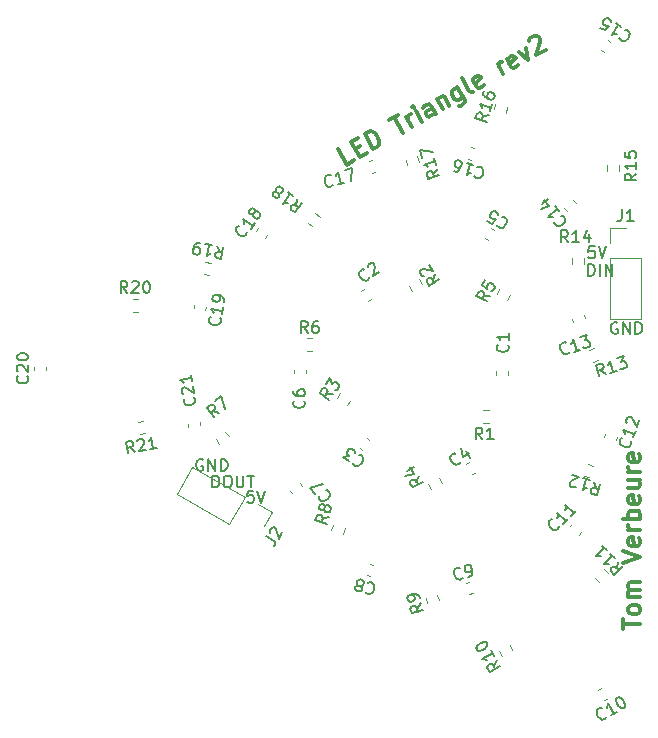
<source format=gbr>
%TF.GenerationSoftware,KiCad,Pcbnew,(6.0.2)*%
%TF.CreationDate,2022-03-26T22:50:30-07:00*%
%TF.ProjectId,triangle,74726961-6e67-46c6-952e-6b696361645f,rev?*%
%TF.SameCoordinates,Original*%
%TF.FileFunction,Legend,Top*%
%TF.FilePolarity,Positive*%
%FSLAX46Y46*%
G04 Gerber Fmt 4.6, Leading zero omitted, Abs format (unit mm)*
G04 Created by KiCad (PCBNEW (6.0.2)) date 2022-03-26 22:50:30*
%MOMM*%
%LPD*%
G01*
G04 APERTURE LIST*
%ADD10C,0.150000*%
%ADD11C,0.300000*%
%ADD12C,0.120000*%
G04 APERTURE END LIST*
D10*
X156876190Y-75652380D02*
X156876190Y-74652380D01*
X157114285Y-74652380D01*
X157257142Y-74700000D01*
X157352380Y-74795238D01*
X157400000Y-74890476D01*
X157447619Y-75080952D01*
X157447619Y-75223809D01*
X157400000Y-75414285D01*
X157352380Y-75509523D01*
X157257142Y-75604761D01*
X157114285Y-75652380D01*
X156876190Y-75652380D01*
X157876190Y-75652380D02*
X157876190Y-74652380D01*
X158352380Y-75652380D02*
X158352380Y-74652380D01*
X158923809Y-75652380D01*
X158923809Y-74652380D01*
X157409523Y-73152380D02*
X156933333Y-73152380D01*
X156885714Y-73628571D01*
X156933333Y-73580952D01*
X157028571Y-73533333D01*
X157266666Y-73533333D01*
X157361904Y-73580952D01*
X157409523Y-73628571D01*
X157457142Y-73723809D01*
X157457142Y-73961904D01*
X157409523Y-74057142D01*
X157361904Y-74104761D01*
X157266666Y-74152380D01*
X157028571Y-74152380D01*
X156933333Y-74104761D01*
X156885714Y-74057142D01*
X157742857Y-73152380D02*
X158076190Y-74152380D01*
X158409523Y-73152380D01*
X124238095Y-91200000D02*
X124142857Y-91152380D01*
X124000000Y-91152380D01*
X123857142Y-91200000D01*
X123761904Y-91295238D01*
X123714285Y-91390476D01*
X123666666Y-91580952D01*
X123666666Y-91723809D01*
X123714285Y-91914285D01*
X123761904Y-92009523D01*
X123857142Y-92104761D01*
X124000000Y-92152380D01*
X124095238Y-92152380D01*
X124238095Y-92104761D01*
X124285714Y-92057142D01*
X124285714Y-91723809D01*
X124095238Y-91723809D01*
X124714285Y-92152380D02*
X124714285Y-91152380D01*
X125285714Y-92152380D01*
X125285714Y-91152380D01*
X125761904Y-92152380D02*
X125761904Y-91152380D01*
X126000000Y-91152380D01*
X126142857Y-91200000D01*
X126238095Y-91295238D01*
X126285714Y-91390476D01*
X126333333Y-91580952D01*
X126333333Y-91723809D01*
X126285714Y-91914285D01*
X126238095Y-92009523D01*
X126142857Y-92104761D01*
X126000000Y-92152380D01*
X125761904Y-92152380D01*
X159338095Y-79600000D02*
X159242857Y-79552380D01*
X159100000Y-79552380D01*
X158957142Y-79600000D01*
X158861904Y-79695238D01*
X158814285Y-79790476D01*
X158766666Y-79980952D01*
X158766666Y-80123809D01*
X158814285Y-80314285D01*
X158861904Y-80409523D01*
X158957142Y-80504761D01*
X159100000Y-80552380D01*
X159195238Y-80552380D01*
X159338095Y-80504761D01*
X159385714Y-80457142D01*
X159385714Y-80123809D01*
X159195238Y-80123809D01*
X159814285Y-80552380D02*
X159814285Y-79552380D01*
X160385714Y-80552380D01*
X160385714Y-79552380D01*
X160861904Y-80552380D02*
X160861904Y-79552380D01*
X161100000Y-79552380D01*
X161242857Y-79600000D01*
X161338095Y-79695238D01*
X161385714Y-79790476D01*
X161433333Y-79980952D01*
X161433333Y-80123809D01*
X161385714Y-80314285D01*
X161338095Y-80409523D01*
X161242857Y-80504761D01*
X161100000Y-80552380D01*
X160861904Y-80552380D01*
X125059523Y-93552380D02*
X125059523Y-92552380D01*
X125297619Y-92552380D01*
X125440476Y-92600000D01*
X125535714Y-92695238D01*
X125583333Y-92790476D01*
X125630952Y-92980952D01*
X125630952Y-93123809D01*
X125583333Y-93314285D01*
X125535714Y-93409523D01*
X125440476Y-93504761D01*
X125297619Y-93552380D01*
X125059523Y-93552380D01*
X126250000Y-92552380D02*
X126440476Y-92552380D01*
X126535714Y-92600000D01*
X126630952Y-92695238D01*
X126678571Y-92885714D01*
X126678571Y-93219047D01*
X126630952Y-93409523D01*
X126535714Y-93504761D01*
X126440476Y-93552380D01*
X126250000Y-93552380D01*
X126154761Y-93504761D01*
X126059523Y-93409523D01*
X126011904Y-93219047D01*
X126011904Y-92885714D01*
X126059523Y-92695238D01*
X126154761Y-92600000D01*
X126250000Y-92552380D01*
X127107142Y-92552380D02*
X127107142Y-93361904D01*
X127154761Y-93457142D01*
X127202380Y-93504761D01*
X127297619Y-93552380D01*
X127488095Y-93552380D01*
X127583333Y-93504761D01*
X127630952Y-93457142D01*
X127678571Y-93361904D01*
X127678571Y-92552380D01*
X128011904Y-92552380D02*
X128583333Y-92552380D01*
X128297619Y-93552380D02*
X128297619Y-92552380D01*
D11*
X137075986Y-65869802D02*
X136457396Y-66226945D01*
X135707396Y-64927907D01*
X137116142Y-64939354D02*
X137549154Y-64689354D01*
X138127588Y-65262660D02*
X137508999Y-65619802D01*
X136758999Y-64320764D01*
X137377588Y-63963621D01*
X138684319Y-64941231D02*
X137934319Y-63642193D01*
X138243614Y-63463621D01*
X138464905Y-63418338D01*
X138660051Y-63470627D01*
X138793339Y-63558631D01*
X138998055Y-63770352D01*
X139105198Y-63955929D01*
X139186196Y-64239079D01*
X139195766Y-64398511D01*
X139143476Y-64593658D01*
X138993614Y-64762660D01*
X138684319Y-64941231D01*
X140037524Y-62427907D02*
X140779831Y-61999336D01*
X141158677Y-63512660D02*
X140408677Y-62213621D01*
X141962844Y-63048374D02*
X141462844Y-62182348D01*
X141605701Y-62429784D02*
X141596131Y-62270352D01*
X141622276Y-62172779D01*
X141710280Y-62039491D01*
X141833997Y-61968063D01*
X142767010Y-62584088D02*
X142267010Y-61718063D01*
X142017010Y-61285050D02*
X141990865Y-61382623D01*
X142088439Y-61408768D01*
X142114583Y-61311195D01*
X142017010Y-61285050D01*
X142088439Y-61408768D01*
X143942330Y-61905517D02*
X143549473Y-61225068D01*
X143416186Y-61137065D01*
X143256753Y-61146634D01*
X143009318Y-61289491D01*
X142921314Y-61422779D01*
X143906616Y-61843658D02*
X143818612Y-61976945D01*
X143509318Y-62155517D01*
X143349885Y-62165086D01*
X143216598Y-62077083D01*
X143145169Y-61953365D01*
X143135600Y-61793933D01*
X143223603Y-61660645D01*
X143532898Y-61482074D01*
X143620902Y-61348786D01*
X144060920Y-60682348D02*
X144560920Y-61548374D01*
X144132348Y-60806066D02*
X144158493Y-60708493D01*
X144246497Y-60575206D01*
X144432074Y-60468063D01*
X144591506Y-60458493D01*
X144724793Y-60546497D01*
X145117651Y-61226945D01*
X145792971Y-59682348D02*
X146400114Y-60733951D01*
X146409683Y-60893383D01*
X146383539Y-60990956D01*
X146295535Y-61124244D01*
X146109958Y-61231387D01*
X145950526Y-61240956D01*
X146257256Y-60486515D02*
X146169253Y-60619802D01*
X145921817Y-60762660D01*
X145762385Y-60772229D01*
X145664812Y-60746085D01*
X145531524Y-60658081D01*
X145317238Y-60286927D01*
X145307669Y-60127495D01*
X145333813Y-60029922D01*
X145421817Y-59896634D01*
X145669253Y-59753777D01*
X145828685Y-59744207D01*
X147097137Y-60084088D02*
X146937705Y-60093658D01*
X146804417Y-60005654D01*
X146161560Y-58892193D01*
X148051166Y-59450801D02*
X147963163Y-59584088D01*
X147715727Y-59726945D01*
X147556295Y-59736515D01*
X147423007Y-59648511D01*
X147137293Y-59153640D01*
X147127723Y-58994207D01*
X147215727Y-58860920D01*
X147463163Y-58718063D01*
X147622595Y-58708493D01*
X147755882Y-58796497D01*
X147827311Y-58920215D01*
X147280150Y-59401075D01*
X149695213Y-58584088D02*
X149195213Y-57718063D01*
X149338071Y-57965499D02*
X149328501Y-57806066D01*
X149354646Y-57708493D01*
X149442649Y-57575206D01*
X149566367Y-57503777D01*
X150958537Y-57772229D02*
X150870534Y-57905517D01*
X150623098Y-58048374D01*
X150463666Y-58057943D01*
X150330378Y-57969940D01*
X150044664Y-57475068D01*
X150035094Y-57315636D01*
X150123098Y-57182348D01*
X150370534Y-57039491D01*
X150529966Y-57029922D01*
X150663253Y-57117925D01*
X150734682Y-57241643D01*
X150187521Y-57722504D01*
X150989123Y-56682348D02*
X151798418Y-57369802D01*
X151607713Y-56325206D01*
X151862154Y-55765911D02*
X151888299Y-55668338D01*
X151976302Y-55535050D01*
X152285597Y-55356479D01*
X152445029Y-55346909D01*
X152542603Y-55373054D01*
X152675890Y-55461057D01*
X152747319Y-55584775D01*
X152792603Y-55806066D01*
X152478866Y-56976945D01*
X153283033Y-56512660D01*
X159778571Y-105585714D02*
X159778571Y-104728571D01*
X161278571Y-105157142D02*
X159778571Y-105157142D01*
X161278571Y-104014285D02*
X161207142Y-104157142D01*
X161135714Y-104228571D01*
X160992857Y-104300000D01*
X160564285Y-104300000D01*
X160421428Y-104228571D01*
X160350000Y-104157142D01*
X160278571Y-104014285D01*
X160278571Y-103800000D01*
X160350000Y-103657142D01*
X160421428Y-103585714D01*
X160564285Y-103514285D01*
X160992857Y-103514285D01*
X161135714Y-103585714D01*
X161207142Y-103657142D01*
X161278571Y-103800000D01*
X161278571Y-104014285D01*
X161278571Y-102871428D02*
X160278571Y-102871428D01*
X160421428Y-102871428D02*
X160350000Y-102800000D01*
X160278571Y-102657142D01*
X160278571Y-102442857D01*
X160350000Y-102300000D01*
X160492857Y-102228571D01*
X161278571Y-102228571D01*
X160492857Y-102228571D02*
X160350000Y-102157142D01*
X160278571Y-102014285D01*
X160278571Y-101800000D01*
X160350000Y-101657142D01*
X160492857Y-101585714D01*
X161278571Y-101585714D01*
X159778571Y-99942857D02*
X161278571Y-99442857D01*
X159778571Y-98942857D01*
X161207142Y-97871428D02*
X161278571Y-98014285D01*
X161278571Y-98300000D01*
X161207142Y-98442857D01*
X161064285Y-98514285D01*
X160492857Y-98514285D01*
X160350000Y-98442857D01*
X160278571Y-98300000D01*
X160278571Y-98014285D01*
X160350000Y-97871428D01*
X160492857Y-97800000D01*
X160635714Y-97800000D01*
X160778571Y-98514285D01*
X161278571Y-97157142D02*
X160278571Y-97157142D01*
X160564285Y-97157142D02*
X160421428Y-97085714D01*
X160350000Y-97014285D01*
X160278571Y-96871428D01*
X160278571Y-96728571D01*
X161278571Y-96228571D02*
X159778571Y-96228571D01*
X160350000Y-96228571D02*
X160278571Y-96085714D01*
X160278571Y-95800000D01*
X160350000Y-95657142D01*
X160421428Y-95585714D01*
X160564285Y-95514285D01*
X160992857Y-95514285D01*
X161135714Y-95585714D01*
X161207142Y-95657142D01*
X161278571Y-95800000D01*
X161278571Y-96085714D01*
X161207142Y-96228571D01*
X161207142Y-94300000D02*
X161278571Y-94442857D01*
X161278571Y-94728571D01*
X161207142Y-94871428D01*
X161064285Y-94942857D01*
X160492857Y-94942857D01*
X160350000Y-94871428D01*
X160278571Y-94728571D01*
X160278571Y-94442857D01*
X160350000Y-94300000D01*
X160492857Y-94228571D01*
X160635714Y-94228571D01*
X160778571Y-94942857D01*
X160278571Y-92942857D02*
X161278571Y-92942857D01*
X160278571Y-93585714D02*
X161064285Y-93585714D01*
X161207142Y-93514285D01*
X161278571Y-93371428D01*
X161278571Y-93157142D01*
X161207142Y-93014285D01*
X161135714Y-92942857D01*
X161278571Y-92228571D02*
X160278571Y-92228571D01*
X160564285Y-92228571D02*
X160421428Y-92157142D01*
X160350000Y-92085714D01*
X160278571Y-91942857D01*
X160278571Y-91800000D01*
X161207142Y-90728571D02*
X161278571Y-90871428D01*
X161278571Y-91157142D01*
X161207142Y-91300000D01*
X161064285Y-91371428D01*
X160492857Y-91371428D01*
X160350000Y-91300000D01*
X160278571Y-91157142D01*
X160278571Y-90871428D01*
X160350000Y-90728571D01*
X160492857Y-90657142D01*
X160635714Y-90657142D01*
X160778571Y-91371428D01*
D10*
X128509523Y-93852380D02*
X128033333Y-93852380D01*
X127985714Y-94328571D01*
X128033333Y-94280952D01*
X128128571Y-94233333D01*
X128366666Y-94233333D01*
X128461904Y-94280952D01*
X128509523Y-94328571D01*
X128557142Y-94423809D01*
X128557142Y-94661904D01*
X128509523Y-94757142D01*
X128461904Y-94804761D01*
X128366666Y-94852380D01*
X128128571Y-94852380D01*
X128033333Y-94804761D01*
X127985714Y-94757142D01*
X128842857Y-93852380D02*
X129176190Y-94852380D01*
X129509523Y-93852380D01*
%TO.C,C12*%
X160491009Y-89621756D02*
X160521582Y-89681760D01*
X160522725Y-89832340D01*
X160493295Y-89922917D01*
X160403861Y-90044067D01*
X160283854Y-90105214D01*
X160178562Y-90121072D01*
X159982694Y-90107500D01*
X159846828Y-90063355D01*
X159680390Y-89959206D01*
X159604528Y-89884487D01*
X159543382Y-89764480D01*
X159542238Y-89613900D01*
X159571669Y-89523323D01*
X159661102Y-89402173D01*
X159721106Y-89371600D01*
X160875887Y-88745418D02*
X160699306Y-89288879D01*
X160787597Y-89017149D02*
X159836540Y-88708132D01*
X159942975Y-88842854D01*
X160004122Y-88962861D01*
X160019980Y-89068153D01*
X160133129Y-88103524D02*
X160102555Y-88043521D01*
X160086697Y-87938229D01*
X160160272Y-87711787D01*
X160234991Y-87635925D01*
X160294995Y-87605352D01*
X160400286Y-87589494D01*
X160490863Y-87618924D01*
X160612013Y-87708357D01*
X160978893Y-88428399D01*
X161170189Y-87839650D01*
%TO.C,R15*%
X160952380Y-66992857D02*
X160476190Y-67326190D01*
X160952380Y-67564285D02*
X159952380Y-67564285D01*
X159952380Y-67183333D01*
X160000000Y-67088095D01*
X160047619Y-67040476D01*
X160142857Y-66992857D01*
X160285714Y-66992857D01*
X160380952Y-67040476D01*
X160428571Y-67088095D01*
X160476190Y-67183333D01*
X160476190Y-67564285D01*
X160952380Y-66040476D02*
X160952380Y-66611904D01*
X160952380Y-66326190D02*
X159952380Y-66326190D01*
X160095238Y-66421428D01*
X160190476Y-66516666D01*
X160238095Y-66611904D01*
X159952380Y-65135714D02*
X159952380Y-65611904D01*
X160428571Y-65659523D01*
X160380952Y-65611904D01*
X160333333Y-65516666D01*
X160333333Y-65278571D01*
X160380952Y-65183333D01*
X160428571Y-65135714D01*
X160523809Y-65088095D01*
X160761904Y-65088095D01*
X160857142Y-65135714D01*
X160904761Y-65183333D01*
X160952380Y-65278571D01*
X160952380Y-65516666D01*
X160904761Y-65611904D01*
X160857142Y-65659523D01*
%TO.C,C4*%
X146034233Y-91392628D02*
X146016804Y-91457676D01*
X145916895Y-91570344D01*
X145834417Y-91617963D01*
X145686889Y-91648153D01*
X145556791Y-91613293D01*
X145467933Y-91554624D01*
X145331456Y-91413476D01*
X145260027Y-91289758D01*
X145206028Y-91100992D01*
X145199649Y-90994704D01*
X145234508Y-90864606D01*
X145334417Y-90751938D01*
X145416895Y-90704319D01*
X145564423Y-90674130D01*
X145629471Y-90691559D01*
X146490827Y-90469185D02*
X146824160Y-91046535D01*
X146094154Y-90258318D02*
X146245100Y-90995955D01*
X146781211Y-90686431D01*
%TO.C,C9*%
X146238231Y-101189248D02*
X146205582Y-101248148D01*
X146081385Y-101333299D01*
X145989836Y-101359550D01*
X145839387Y-101353152D01*
X145721588Y-101287855D01*
X145649562Y-101209432D01*
X145551285Y-101039460D01*
X145511908Y-100902137D01*
X145505180Y-100705914D01*
X145524704Y-100601239D01*
X145590001Y-100483440D01*
X145714199Y-100398288D01*
X145805747Y-100372037D01*
X145956196Y-100378435D01*
X146015096Y-100411084D01*
X146722226Y-101149541D02*
X146905323Y-101097038D01*
X146983747Y-101025013D01*
X147016395Y-100966113D01*
X147068567Y-100802539D01*
X147061839Y-100606315D01*
X146956835Y-100240121D01*
X146884809Y-100161697D01*
X146825909Y-100129049D01*
X146721235Y-100109525D01*
X146538137Y-100162028D01*
X146459714Y-100234053D01*
X146427065Y-100292953D01*
X146407542Y-100397628D01*
X146473170Y-100626499D01*
X146545196Y-100704923D01*
X146604096Y-100737571D01*
X146708770Y-100757095D01*
X146891867Y-100704592D01*
X146970291Y-100632567D01*
X147002939Y-100573667D01*
X147022463Y-100468992D01*
%TO.C,J2*%
X129609081Y-97714865D02*
X130227670Y-98072008D01*
X130327579Y-98184676D01*
X130362438Y-98314774D01*
X130332249Y-98462301D01*
X130284630Y-98544780D01*
X129905845Y-97391330D02*
X129888415Y-97326282D01*
X129894795Y-97219993D01*
X130013843Y-97013797D01*
X130102701Y-96955128D01*
X130167750Y-96937698D01*
X130274038Y-96944078D01*
X130356517Y-96991697D01*
X130456425Y-97104365D01*
X130665582Y-97884951D01*
X130975106Y-97348840D01*
%TO.C,R2*%
X143916164Y-75477050D02*
X143717284Y-76023232D01*
X144243922Y-75945137D02*
X143424770Y-76518713D01*
X143206265Y-76206655D01*
X143190646Y-76101328D01*
X143202340Y-76035007D01*
X143253041Y-75941374D01*
X143370063Y-75859434D01*
X143475391Y-75843815D01*
X143541711Y-75855509D01*
X143635345Y-75906210D01*
X143853850Y-76218268D01*
X142956521Y-75683942D02*
X142890201Y-75672248D01*
X142796568Y-75621547D01*
X142660002Y-75426510D01*
X142644383Y-75321183D01*
X142656077Y-75254862D01*
X142706778Y-75161229D01*
X142784792Y-75106602D01*
X142929127Y-75063670D01*
X143724972Y-75203999D01*
X143369901Y-74696905D01*
%TO.C,C16*%
X147469185Y-66446415D02*
X147528646Y-66414799D01*
X147679184Y-66411029D01*
X147770260Y-66438873D01*
X147892953Y-66526179D01*
X147956184Y-66645101D01*
X147973878Y-66750100D01*
X147963726Y-66946176D01*
X147921959Y-67082791D01*
X147820731Y-67251021D01*
X147747347Y-67328176D01*
X147628426Y-67391407D01*
X147477888Y-67395178D01*
X147386812Y-67367333D01*
X147264119Y-67280028D01*
X147232503Y-67220567D01*
X146586264Y-66076889D02*
X147132724Y-66243959D01*
X146859494Y-66160424D02*
X146567122Y-67116729D01*
X146699966Y-67007959D01*
X146818888Y-66944727D01*
X146923887Y-66927034D01*
X145474202Y-66782590D02*
X145656356Y-66838280D01*
X145761355Y-66820586D01*
X145820815Y-66788970D01*
X145953660Y-66680200D01*
X146054888Y-66511970D01*
X146166267Y-66147663D01*
X146148574Y-66042664D01*
X146116958Y-65983203D01*
X146039804Y-65909820D01*
X145857651Y-65854130D01*
X145752652Y-65871823D01*
X145693191Y-65903439D01*
X145619808Y-65980593D01*
X145550195Y-66208285D01*
X145567889Y-66313284D01*
X145599504Y-66372745D01*
X145676659Y-66446128D01*
X145858812Y-66501818D01*
X145963811Y-66484125D01*
X146023272Y-66452509D01*
X146096655Y-66375355D01*
%TO.C,R17*%
X144112051Y-66593260D02*
X143746187Y-67044937D01*
X144269558Y-67142553D02*
X143308297Y-67418190D01*
X143203292Y-67051995D01*
X143222815Y-66947321D01*
X143255464Y-66888421D01*
X143333887Y-66816395D01*
X143471210Y-66777019D01*
X143575885Y-66796542D01*
X143634785Y-66829191D01*
X143706810Y-66907614D01*
X143811815Y-67273809D01*
X143849540Y-65677773D02*
X144007047Y-66227065D01*
X143928293Y-65952419D02*
X142967031Y-66228057D01*
X143130606Y-66280229D01*
X143248406Y-66345526D01*
X143320431Y-66423949D01*
X142796399Y-65632990D02*
X142612641Y-64992149D01*
X143692033Y-65128481D01*
%TO.C,R8*%
X134888916Y-96084903D02*
X134339294Y-96274068D01*
X134731409Y-96634195D02*
X133770148Y-96358558D01*
X133875152Y-95992363D01*
X133947178Y-95913940D01*
X134006078Y-95881291D01*
X134110752Y-95861768D01*
X134248075Y-95901145D01*
X134326498Y-95973170D01*
X134359147Y-96032070D01*
X134378670Y-96136744D01*
X134273666Y-96502939D01*
X134497131Y-95378103D02*
X134425106Y-95456527D01*
X134366206Y-95489175D01*
X134261531Y-95508699D01*
X134215757Y-95495573D01*
X134137334Y-95423547D01*
X134104685Y-95364647D01*
X134085162Y-95259973D01*
X134137664Y-95076876D01*
X134209690Y-94998453D01*
X134268590Y-94965804D01*
X134373264Y-94946281D01*
X134419038Y-94959406D01*
X134497461Y-95031432D01*
X134530110Y-95090332D01*
X134549633Y-95195006D01*
X134497131Y-95378103D01*
X134516654Y-95482778D01*
X134549303Y-95541678D01*
X134627726Y-95613703D01*
X134810824Y-95666206D01*
X134915498Y-95646682D01*
X134974398Y-95614034D01*
X135046423Y-95535610D01*
X135098926Y-95352513D01*
X135079403Y-95247839D01*
X135046754Y-95188939D01*
X134968331Y-95116913D01*
X134785233Y-95064411D01*
X134680559Y-95083934D01*
X134621659Y-95116583D01*
X134549633Y-95195006D01*
%TO.C,R19*%
X125405710Y-73103753D02*
X125660447Y-73626226D01*
X125970103Y-73193144D02*
X125813669Y-74180833D01*
X125437407Y-74121239D01*
X125350790Y-74059307D01*
X125311207Y-74004825D01*
X125279073Y-73903310D01*
X125301420Y-73762212D01*
X125363352Y-73675596D01*
X125417834Y-73636012D01*
X125519348Y-73603878D01*
X125895611Y-73663472D01*
X124465054Y-72954768D02*
X125029448Y-73044159D01*
X124747251Y-72999463D02*
X124590817Y-73987152D01*
X124707230Y-73860952D01*
X124816194Y-73781785D01*
X124917709Y-73749651D01*
X123994727Y-72880275D02*
X123806596Y-72850478D01*
X123705081Y-72882613D01*
X123650599Y-72922196D01*
X123534185Y-73048396D01*
X123457356Y-73229078D01*
X123397761Y-73605340D01*
X123429896Y-73706855D01*
X123469479Y-73761337D01*
X123556095Y-73823268D01*
X123744227Y-73853065D01*
X123845741Y-73820931D01*
X123900223Y-73781347D01*
X123962155Y-73694731D01*
X123999401Y-73459567D01*
X123967267Y-73358052D01*
X123927683Y-73303570D01*
X123841067Y-73241639D01*
X123652936Y-73211842D01*
X123551421Y-73243976D01*
X123496939Y-73283560D01*
X123435008Y-73370176D01*
%TO.C,R12*%
X157351186Y-93068411D02*
X157521054Y-93624301D01*
X157894647Y-93244993D02*
X157585630Y-94196049D01*
X157223323Y-94078328D01*
X157147461Y-94003610D01*
X157116888Y-93943606D01*
X157101030Y-93838314D01*
X157145175Y-93702449D01*
X157219894Y-93626587D01*
X157279897Y-93596014D01*
X157385189Y-93580156D01*
X157747496Y-93697877D01*
X156445418Y-92774110D02*
X156988879Y-92950691D01*
X156717149Y-92862400D02*
X156408132Y-93813457D01*
X156542854Y-93707022D01*
X156662861Y-93645875D01*
X156768153Y-93630017D01*
X155803524Y-93516868D02*
X155743521Y-93547442D01*
X155638229Y-93563300D01*
X155411787Y-93489725D01*
X155335925Y-93415006D01*
X155305352Y-93355002D01*
X155289494Y-93249711D01*
X155318924Y-93159134D01*
X155408357Y-93037984D01*
X156128399Y-92671104D01*
X155539650Y-92479808D01*
%TO.C,J1*%
X159716666Y-70022380D02*
X159716666Y-70736666D01*
X159669047Y-70879523D01*
X159573809Y-70974761D01*
X159430952Y-71022380D01*
X159335714Y-71022380D01*
X160716666Y-71022380D02*
X160145238Y-71022380D01*
X160430952Y-71022380D02*
X160430952Y-70022380D01*
X160335714Y-70165238D01*
X160240476Y-70260476D01*
X160145238Y-70308095D01*
%TO.C,R11*%
X159374450Y-99834687D02*
X159273435Y-100407106D01*
X159778511Y-100238748D02*
X159071404Y-100945854D01*
X158802030Y-100676480D01*
X158768358Y-100575465D01*
X158768358Y-100508122D01*
X158802030Y-100407106D01*
X158903045Y-100306091D01*
X159004061Y-100272419D01*
X159071404Y-100272419D01*
X159172419Y-100306091D01*
X159441793Y-100575465D01*
X158701015Y-99161251D02*
X159105076Y-99565312D01*
X158903045Y-99363282D02*
X158195938Y-100070389D01*
X158364297Y-100036717D01*
X158498984Y-100036717D01*
X158600000Y-100070389D01*
X158027580Y-98487816D02*
X158431641Y-98891877D01*
X158229610Y-98689847D02*
X157522503Y-99396954D01*
X157690862Y-99363282D01*
X157825549Y-99363282D01*
X157926564Y-99396954D01*
%TO.C,R14*%
X155157142Y-72802380D02*
X154823809Y-72326190D01*
X154585714Y-72802380D02*
X154585714Y-71802380D01*
X154966666Y-71802380D01*
X155061904Y-71850000D01*
X155109523Y-71897619D01*
X155157142Y-71992857D01*
X155157142Y-72135714D01*
X155109523Y-72230952D01*
X155061904Y-72278571D01*
X154966666Y-72326190D01*
X154585714Y-72326190D01*
X156109523Y-72802380D02*
X155538095Y-72802380D01*
X155823809Y-72802380D02*
X155823809Y-71802380D01*
X155728571Y-71945238D01*
X155633333Y-72040476D01*
X155538095Y-72088095D01*
X156966666Y-72135714D02*
X156966666Y-72802380D01*
X156728571Y-71754761D02*
X156490476Y-72469047D01*
X157109523Y-72469047D01*
%TO.C,C7*%
X134684042Y-93811456D02*
X134750884Y-93819663D01*
X134876360Y-93902918D01*
X134934994Y-93977967D01*
X134985421Y-94119857D01*
X134969007Y-94253540D01*
X134923276Y-94349699D01*
X134802496Y-94504492D01*
X134689923Y-94592444D01*
X134510508Y-94672188D01*
X134406142Y-94693298D01*
X134272459Y-94676884D01*
X134146983Y-94593629D01*
X134088349Y-94518580D01*
X134037922Y-94376690D01*
X134046129Y-94309848D01*
X133765860Y-94105812D02*
X133355419Y-93580472D01*
X134407284Y-93302529D01*
%TO.C,R9*%
X142730796Y-103385517D02*
X142364931Y-103837193D01*
X142888303Y-103934809D02*
X141927041Y-104210446D01*
X141822036Y-103844252D01*
X141841559Y-103739577D01*
X141874208Y-103680677D01*
X141952631Y-103608652D01*
X142089954Y-103569275D01*
X142194629Y-103588798D01*
X142253529Y-103621447D01*
X142325554Y-103699870D01*
X142430559Y-104066065D01*
X142599540Y-102927773D02*
X142547037Y-102744676D01*
X142475012Y-102666252D01*
X142416112Y-102633604D01*
X142252538Y-102581432D01*
X142056314Y-102588160D01*
X141690120Y-102693164D01*
X141611696Y-102765190D01*
X141579048Y-102824090D01*
X141559524Y-102928764D01*
X141612027Y-103111862D01*
X141684052Y-103190285D01*
X141742952Y-103222934D01*
X141847627Y-103242457D01*
X142076498Y-103176829D01*
X142154922Y-103104803D01*
X142187570Y-103045903D01*
X142207094Y-102941229D01*
X142154591Y-102758132D01*
X142082566Y-102679708D01*
X142023666Y-102647060D01*
X141918991Y-102627536D01*
%TO.C,C13*%
X155239651Y-82079489D02*
X155208035Y-82138950D01*
X155085342Y-82226256D01*
X154994266Y-82254101D01*
X154843728Y-82250330D01*
X154724807Y-82187098D01*
X154651423Y-82109944D01*
X154550195Y-81941713D01*
X154508428Y-81805098D01*
X154498276Y-81609022D01*
X154515970Y-81504023D01*
X154579201Y-81385102D01*
X154701894Y-81297796D01*
X154792971Y-81269951D01*
X154943508Y-81273722D01*
X155002969Y-81305338D01*
X156178262Y-81892117D02*
X155631802Y-82059186D01*
X155905032Y-81975651D02*
X155612660Y-81019347D01*
X155563351Y-81183806D01*
X155500119Y-81302728D01*
X155422965Y-81376111D01*
X156204659Y-80838355D02*
X156796657Y-80657363D01*
X156589268Y-81119126D01*
X156725883Y-81077359D01*
X156830882Y-81095052D01*
X156890343Y-81126668D01*
X156963726Y-81203822D01*
X157033339Y-81431514D01*
X157015645Y-81536513D01*
X156984029Y-81595974D01*
X156906875Y-81669357D01*
X156633645Y-81752892D01*
X156528646Y-81735199D01*
X156469185Y-81703583D01*
%TO.C,R7*%
X125647178Y-87259091D02*
X125091336Y-87089068D01*
X125196886Y-87610897D02*
X124581225Y-86822887D01*
X124881419Y-86588349D01*
X124985785Y-86567239D01*
X125052627Y-86575446D01*
X125148785Y-86621177D01*
X125236737Y-86733750D01*
X125257847Y-86838116D01*
X125249640Y-86904958D01*
X125203908Y-87001116D01*
X124903714Y-87235654D01*
X125294187Y-86265860D02*
X125819527Y-85855419D01*
X126097470Y-86907284D01*
%TO.C,R1*%
X147908333Y-89502380D02*
X147575000Y-89026190D01*
X147336904Y-89502380D02*
X147336904Y-88502380D01*
X147717857Y-88502380D01*
X147813095Y-88550000D01*
X147860714Y-88597619D01*
X147908333Y-88692857D01*
X147908333Y-88835714D01*
X147860714Y-88930952D01*
X147813095Y-88978571D01*
X147717857Y-89026190D01*
X147336904Y-89026190D01*
X148860714Y-89502380D02*
X148289285Y-89502380D01*
X148575000Y-89502380D02*
X148575000Y-88502380D01*
X148479761Y-88645238D01*
X148384523Y-88740476D01*
X148289285Y-88788095D01*
%TO.C,C8*%
X138259469Y-101640854D02*
X138318369Y-101608206D01*
X138468817Y-101601808D01*
X138560366Y-101628059D01*
X138684564Y-101713210D01*
X138749861Y-101831010D01*
X138769384Y-101935684D01*
X138762656Y-102131908D01*
X138723280Y-102269231D01*
X138625003Y-102439203D01*
X138552977Y-102517626D01*
X138435177Y-102582923D01*
X138284729Y-102589321D01*
X138193180Y-102563070D01*
X138068982Y-102477918D01*
X138036334Y-102419019D01*
X137578920Y-101941091D02*
X137657344Y-102013116D01*
X137689992Y-102072016D01*
X137709516Y-102176691D01*
X137696390Y-102222465D01*
X137624364Y-102300888D01*
X137565464Y-102333537D01*
X137460790Y-102353060D01*
X137277693Y-102300558D01*
X137199270Y-102228532D01*
X137166621Y-102169632D01*
X137147098Y-102064958D01*
X137160223Y-102019184D01*
X137232249Y-101940761D01*
X137291149Y-101908112D01*
X137395823Y-101888589D01*
X137578920Y-101941091D01*
X137683595Y-101921568D01*
X137742495Y-101888919D01*
X137814520Y-101810496D01*
X137867023Y-101627398D01*
X137847499Y-101522724D01*
X137814851Y-101463824D01*
X137736427Y-101391799D01*
X137553330Y-101339296D01*
X137448656Y-101358819D01*
X137389756Y-101391468D01*
X137317730Y-101469891D01*
X137265228Y-101652989D01*
X137284751Y-101757663D01*
X137317400Y-101816563D01*
X137395823Y-101888589D01*
%TO.C,C14*%
X154595564Y-70538760D02*
X154662815Y-70542285D01*
X154793793Y-70616585D01*
X154857520Y-70687361D01*
X154917722Y-70825388D01*
X154910673Y-70959890D01*
X154871761Y-71059005D01*
X154762073Y-71221846D01*
X154655909Y-71317436D01*
X154482494Y-71409501D01*
X154379855Y-71437840D01*
X154245353Y-71430791D01*
X154114375Y-71356491D01*
X154050648Y-71285716D01*
X153990446Y-71147689D01*
X153993970Y-71080437D01*
X154029072Y-69767277D02*
X154411433Y-70191931D01*
X154220252Y-69979604D02*
X153477108Y-70648734D01*
X153646998Y-70623920D01*
X153781500Y-70630969D01*
X153880615Y-70669881D01*
X152960102Y-69576382D02*
X153455532Y-69130295D01*
X152836316Y-70008228D02*
X153526450Y-69707217D01*
X153112227Y-69247175D01*
%TO.C,R6*%
X133108333Y-80472380D02*
X132775000Y-79996190D01*
X132536904Y-80472380D02*
X132536904Y-79472380D01*
X132917857Y-79472380D01*
X133013095Y-79520000D01*
X133060714Y-79567619D01*
X133108333Y-79662857D01*
X133108333Y-79805714D01*
X133060714Y-79900952D01*
X133013095Y-79948571D01*
X132917857Y-79996190D01*
X132536904Y-79996190D01*
X133965476Y-79472380D02*
X133775000Y-79472380D01*
X133679761Y-79520000D01*
X133632142Y-79567619D01*
X133536904Y-79710476D01*
X133489285Y-79900952D01*
X133489285Y-80281904D01*
X133536904Y-80377142D01*
X133584523Y-80424761D01*
X133679761Y-80472380D01*
X133870238Y-80472380D01*
X133965476Y-80424761D01*
X134013095Y-80377142D01*
X134060714Y-80281904D01*
X134060714Y-80043809D01*
X134013095Y-79948571D01*
X133965476Y-79900952D01*
X133870238Y-79853333D01*
X133679761Y-79853333D01*
X133584523Y-79900952D01*
X133536904Y-79948571D01*
X133489285Y-80043809D01*
%TO.C,C18*%
X127972703Y-71898804D02*
X127982076Y-71965492D01*
X127934132Y-72108241D01*
X127876817Y-72184301D01*
X127752813Y-72269734D01*
X127619437Y-72288479D01*
X127514718Y-72269194D01*
X127333939Y-72192592D01*
X127219849Y-72106619D01*
X127096385Y-71953957D01*
X127048983Y-71858611D01*
X127030238Y-71725235D01*
X127078181Y-71582486D01*
X127135497Y-71506426D01*
X127259501Y-71420993D01*
X127326189Y-71411620D01*
X128621921Y-71195514D02*
X128278027Y-71651878D01*
X128449974Y-71423696D02*
X127651338Y-70821881D01*
X127708113Y-70983915D01*
X127726858Y-71117291D01*
X127707573Y-71222010D01*
X128509452Y-70395257D02*
X128414106Y-70442660D01*
X128347418Y-70452032D01*
X128242700Y-70432747D01*
X128204669Y-70404089D01*
X128157267Y-70308743D01*
X128147894Y-70242055D01*
X128167180Y-70137336D01*
X128281811Y-69985215D01*
X128377157Y-69937813D01*
X128443845Y-69928440D01*
X128548564Y-69947726D01*
X128586594Y-69976383D01*
X128633997Y-70071729D01*
X128643369Y-70138418D01*
X128624084Y-70243136D01*
X128509452Y-70395257D01*
X128490167Y-70499975D01*
X128499539Y-70566664D01*
X128546942Y-70662009D01*
X128699063Y-70776641D01*
X128803781Y-70795926D01*
X128870469Y-70786554D01*
X128965815Y-70739151D01*
X129080447Y-70587030D01*
X129099732Y-70482312D01*
X129090360Y-70415624D01*
X129042957Y-70320278D01*
X128890836Y-70205646D01*
X128786118Y-70186361D01*
X128719430Y-70195733D01*
X128624084Y-70243136D01*
%TO.C,C6*%
X132780942Y-86215466D02*
X132828561Y-86263085D01*
X132876180Y-86405942D01*
X132876180Y-86501180D01*
X132828561Y-86644038D01*
X132733323Y-86739276D01*
X132638085Y-86786895D01*
X132447609Y-86834514D01*
X132304752Y-86834514D01*
X132114276Y-86786895D01*
X132019038Y-86739276D01*
X131923800Y-86644038D01*
X131876180Y-86501180D01*
X131876180Y-86405942D01*
X131923800Y-86263085D01*
X131971419Y-86215466D01*
X131876180Y-85358323D02*
X131876180Y-85548800D01*
X131923800Y-85644038D01*
X131971419Y-85691657D01*
X132114276Y-85786895D01*
X132304752Y-85834514D01*
X132685704Y-85834514D01*
X132780942Y-85786895D01*
X132828561Y-85739276D01*
X132876180Y-85644038D01*
X132876180Y-85453561D01*
X132828561Y-85358323D01*
X132780942Y-85310704D01*
X132685704Y-85263085D01*
X132447609Y-85263085D01*
X132352371Y-85310704D01*
X132304752Y-85358323D01*
X132257133Y-85453561D01*
X132257133Y-85644038D01*
X132304752Y-85739276D01*
X132352371Y-85786895D01*
X132447609Y-85834514D01*
%TO.C,C17*%
X135280488Y-67920503D02*
X135247840Y-67979403D01*
X135123642Y-68064554D01*
X135032093Y-68090805D01*
X134881645Y-68084407D01*
X134763845Y-68019110D01*
X134691819Y-67940687D01*
X134593543Y-67770715D01*
X134554166Y-67633392D01*
X134547438Y-67437169D01*
X134566961Y-67332494D01*
X134632259Y-67214694D01*
X134756456Y-67129543D01*
X134848005Y-67103292D01*
X134998454Y-67109690D01*
X135057353Y-67142338D01*
X136222227Y-67749540D02*
X135672935Y-67907047D01*
X135947581Y-67828293D02*
X135671943Y-66867031D01*
X135619771Y-67030606D01*
X135554474Y-67148406D01*
X135476051Y-67220431D01*
X136267010Y-66696399D02*
X136907851Y-66512641D01*
X136771519Y-67592033D01*
%TO.C,C20*%
X109377142Y-84117857D02*
X109424761Y-84165476D01*
X109472380Y-84308333D01*
X109472380Y-84403571D01*
X109424761Y-84546428D01*
X109329523Y-84641666D01*
X109234285Y-84689285D01*
X109043809Y-84736904D01*
X108900952Y-84736904D01*
X108710476Y-84689285D01*
X108615238Y-84641666D01*
X108520000Y-84546428D01*
X108472380Y-84403571D01*
X108472380Y-84308333D01*
X108520000Y-84165476D01*
X108567619Y-84117857D01*
X108567619Y-83736904D02*
X108520000Y-83689285D01*
X108472380Y-83594047D01*
X108472380Y-83355952D01*
X108520000Y-83260714D01*
X108567619Y-83213095D01*
X108662857Y-83165476D01*
X108758095Y-83165476D01*
X108900952Y-83213095D01*
X109472380Y-83784523D01*
X109472380Y-83165476D01*
X108472380Y-82546428D02*
X108472380Y-82451190D01*
X108520000Y-82355952D01*
X108567619Y-82308333D01*
X108662857Y-82260714D01*
X108853333Y-82213095D01*
X109091428Y-82213095D01*
X109281904Y-82260714D01*
X109377142Y-82308333D01*
X109424761Y-82355952D01*
X109472380Y-82451190D01*
X109472380Y-82546428D01*
X109424761Y-82641666D01*
X109377142Y-82689285D01*
X109281904Y-82736904D01*
X109091428Y-82784523D01*
X108853333Y-82784523D01*
X108662857Y-82736904D01*
X108567619Y-82689285D01*
X108520000Y-82641666D01*
X108472380Y-82546428D01*
%TO.C,R4*%
X142575106Y-92568147D02*
X142329380Y-93094917D01*
X142860821Y-93063018D02*
X141994795Y-93563018D01*
X141804319Y-93233104D01*
X141797939Y-93126816D01*
X141815369Y-93061767D01*
X141874038Y-92972908D01*
X141997756Y-92901480D01*
X142104044Y-92895100D01*
X142169093Y-92912530D01*
X142257951Y-92971199D01*
X142448427Y-93301113D01*
X141569185Y-92159172D02*
X142146535Y-91825839D01*
X141358318Y-92555845D02*
X142095955Y-92404899D01*
X141786431Y-91868788D01*
%TO.C,R5*%
X148558440Y-77320528D02*
X147979380Y-77371107D01*
X148272725Y-77815399D02*
X147406700Y-77315399D01*
X147597176Y-76985485D01*
X147686034Y-76926816D01*
X147751083Y-76909386D01*
X147857371Y-76915766D01*
X147981089Y-76987194D01*
X148039758Y-77076053D01*
X148057188Y-77141101D01*
X148050808Y-77247390D01*
X147860332Y-77577304D01*
X148144795Y-76036981D02*
X147906700Y-76449374D01*
X148295283Y-76728708D01*
X148277854Y-76663660D01*
X148284233Y-76557371D01*
X148403281Y-76351175D01*
X148492139Y-76292506D01*
X148557188Y-76275076D01*
X148663476Y-76281456D01*
X148869673Y-76400503D01*
X148928342Y-76489362D01*
X148945772Y-76554411D01*
X148939392Y-76660699D01*
X148820344Y-76866895D01*
X148731486Y-76925564D01*
X148666437Y-76942994D01*
%TO.C,R13*%
X158367496Y-83970567D02*
X157909503Y-83612641D01*
X157821036Y-84137636D02*
X157528664Y-83181332D01*
X157892971Y-83069952D01*
X157997970Y-83087645D01*
X158057430Y-83119261D01*
X158130814Y-83196415D01*
X158172581Y-83333030D01*
X158154888Y-83438029D01*
X158123272Y-83497490D01*
X158046118Y-83570873D01*
X157681811Y-83682253D01*
X159278262Y-83692118D02*
X158731802Y-83859187D01*
X159005032Y-83775652D02*
X158712660Y-82819348D01*
X158663351Y-82983807D01*
X158600119Y-83102729D01*
X158522965Y-83176112D01*
X159304659Y-82638356D02*
X159896657Y-82457364D01*
X159689268Y-82919127D01*
X159825883Y-82877360D01*
X159930882Y-82895053D01*
X159990343Y-82926669D01*
X160063726Y-83003823D01*
X160133339Y-83231515D01*
X160115645Y-83336514D01*
X160084029Y-83395975D01*
X160006875Y-83469358D01*
X159733645Y-83552893D01*
X159628646Y-83535200D01*
X159569185Y-83503584D01*
%TO.C,R3*%
X135282848Y-85659167D02*
X134701674Y-85648941D01*
X134946971Y-86121462D02*
X134137954Y-85533677D01*
X134361872Y-85225480D01*
X134456376Y-85176420D01*
X134522891Y-85165885D01*
X134627930Y-85183340D01*
X134743504Y-85267310D01*
X134792563Y-85361814D01*
X134803098Y-85428328D01*
X134785643Y-85533367D01*
X134561725Y-85841564D01*
X134669760Y-84801709D02*
X135033627Y-84300889D01*
X135145895Y-84794479D01*
X135229865Y-84678906D01*
X135324369Y-84629846D01*
X135390883Y-84619311D01*
X135495922Y-84636766D01*
X135688545Y-84776715D01*
X135737605Y-84871219D01*
X135748139Y-84937734D01*
X135730685Y-85042773D01*
X135562746Y-85273920D01*
X135468242Y-85322980D01*
X135401727Y-85333515D01*
%TO.C,C11*%
X154418985Y-96836089D02*
X154418985Y-96903433D01*
X154351641Y-97038120D01*
X154284298Y-97105463D01*
X154149611Y-97172807D01*
X154014924Y-97172807D01*
X153913909Y-97139135D01*
X153745550Y-97038120D01*
X153644535Y-96937105D01*
X153543519Y-96768746D01*
X153509848Y-96667731D01*
X153509848Y-96533044D01*
X153577191Y-96398357D01*
X153644535Y-96331013D01*
X153779222Y-96263670D01*
X153846565Y-96263670D01*
X155159764Y-96229998D02*
X154755703Y-96634059D01*
X154957733Y-96432028D02*
X154250626Y-95724921D01*
X154284298Y-95893280D01*
X154284298Y-96027967D01*
X154250626Y-96128983D01*
X155833199Y-95556563D02*
X155429138Y-95960624D01*
X155631168Y-95758593D02*
X154924061Y-95051486D01*
X154957733Y-95219845D01*
X154957733Y-95354532D01*
X154924061Y-95455547D01*
%TO.C,C5*%
X149566738Y-70648122D02*
X149631787Y-70630692D01*
X149779315Y-70660882D01*
X149861793Y-70708501D01*
X149961702Y-70821168D01*
X149996561Y-70951266D01*
X149990182Y-71057554D01*
X149936183Y-71246321D01*
X149864754Y-71370039D01*
X149728277Y-71511187D01*
X149639418Y-71569856D01*
X149509321Y-71604715D01*
X149361793Y-71574526D01*
X149279315Y-71526907D01*
X149179406Y-71414239D01*
X149161977Y-71349190D01*
X148330811Y-70979288D02*
X148743204Y-71217383D01*
X149022538Y-70828800D01*
X148957490Y-70846229D01*
X148851201Y-70839850D01*
X148645005Y-70720802D01*
X148586336Y-70631944D01*
X148568906Y-70566895D01*
X148575286Y-70460607D01*
X148694333Y-70254410D01*
X148783192Y-70195741D01*
X148848241Y-70178311D01*
X148954529Y-70184691D01*
X149160725Y-70303739D01*
X149219394Y-70392597D01*
X149236824Y-70457646D01*
%TO.C,C2*%
X138348637Y-75777194D02*
X138336943Y-75843514D01*
X138247234Y-75964461D01*
X138169220Y-76019087D01*
X138024885Y-76062020D01*
X137892244Y-76038631D01*
X137798611Y-75987930D01*
X137650351Y-75859214D01*
X137568411Y-75742193D01*
X137498166Y-75558850D01*
X137482547Y-75453523D01*
X137505935Y-75320882D01*
X137595643Y-75199935D01*
X137673658Y-75145309D01*
X137817993Y-75102377D01*
X137884313Y-75114071D01*
X138196371Y-74895565D02*
X138208065Y-74829245D01*
X138258766Y-74735612D01*
X138453803Y-74599046D01*
X138559130Y-74583427D01*
X138625451Y-74595121D01*
X138719084Y-74645822D01*
X138773711Y-74723836D01*
X138816643Y-74868171D01*
X138676314Y-75664016D01*
X139183408Y-75308945D01*
%TO.C,R10*%
X149113201Y-108180540D02*
X148867475Y-108707310D01*
X149398916Y-108675411D02*
X148532890Y-109175411D01*
X148342414Y-108845497D01*
X148336034Y-108739209D01*
X148353464Y-108674160D01*
X148412133Y-108585302D01*
X148535851Y-108513873D01*
X148642139Y-108507493D01*
X148707188Y-108524923D01*
X148796047Y-108583592D01*
X148986523Y-108913507D01*
X148637011Y-107355754D02*
X148922725Y-107850625D01*
X148779868Y-107603189D02*
X147913843Y-108103189D01*
X148085180Y-108114239D01*
X148215277Y-108149099D01*
X148304136Y-108207768D01*
X147461462Y-107319643D02*
X147413843Y-107237164D01*
X147407463Y-107130876D01*
X147424893Y-107065827D01*
X147483562Y-106976969D01*
X147624710Y-106840491D01*
X147830906Y-106721444D01*
X148019673Y-106667445D01*
X148125961Y-106661065D01*
X148191010Y-106678495D01*
X148279868Y-106737164D01*
X148327487Y-106819643D01*
X148333867Y-106925931D01*
X148316437Y-106990980D01*
X148257768Y-107079838D01*
X148116620Y-107216315D01*
X147910424Y-107335363D01*
X147721657Y-107389362D01*
X147615369Y-107395741D01*
X147550320Y-107378312D01*
X147461462Y-107319643D01*
%TO.C,R21*%
X118470397Y-90570619D02*
X118059438Y-90159545D01*
X117907650Y-90669846D02*
X117734001Y-89685039D01*
X118109166Y-89618887D01*
X118211226Y-89649245D01*
X118266391Y-89687871D01*
X118329825Y-89773393D01*
X118354631Y-89914080D01*
X118324274Y-90016140D01*
X118285647Y-90071305D01*
X118200125Y-90134739D01*
X117824960Y-90200890D01*
X118688452Y-89613451D02*
X118727078Y-89558286D01*
X118812600Y-89494852D01*
X119047078Y-89453508D01*
X119149139Y-89483865D01*
X119204303Y-89522492D01*
X119267737Y-89608014D01*
X119284275Y-89701805D01*
X119262186Y-89850761D01*
X118798666Y-90512736D01*
X119408309Y-90405240D01*
X120346221Y-90239860D02*
X119783474Y-90339088D01*
X120064848Y-90289474D02*
X119891199Y-89304666D01*
X119822215Y-89461891D01*
X119744962Y-89572220D01*
X119659440Y-89635654D01*
%TO.C,R16*%
X148444660Y-62047030D02*
X147891820Y-62226574D01*
X148277591Y-62593490D02*
X147321286Y-62301118D01*
X147432666Y-61936812D01*
X147506049Y-61859658D01*
X147565510Y-61828042D01*
X147670509Y-61810348D01*
X147807124Y-61852116D01*
X147884278Y-61925499D01*
X147915894Y-61984960D01*
X147933587Y-62089959D01*
X147822208Y-62454265D01*
X148723110Y-61136264D02*
X148556040Y-61682724D01*
X148639575Y-61409494D02*
X147683270Y-61117122D01*
X147792040Y-61249966D01*
X147855272Y-61368888D01*
X147872965Y-61473887D01*
X148017409Y-60024202D02*
X147961719Y-60206356D01*
X147979413Y-60311355D01*
X148011029Y-60370815D01*
X148119799Y-60503660D01*
X148288029Y-60604888D01*
X148652336Y-60716267D01*
X148757335Y-60698574D01*
X148816796Y-60666958D01*
X148890179Y-60589804D01*
X148945869Y-60407651D01*
X148928176Y-60302652D01*
X148896560Y-60243191D01*
X148819406Y-60169808D01*
X148591714Y-60100195D01*
X148486715Y-60117889D01*
X148427254Y-60149504D01*
X148353871Y-60226659D01*
X148298181Y-60408812D01*
X148315874Y-60513811D01*
X148347490Y-60573272D01*
X148424644Y-60646655D01*
%TO.C,C1*%
X150039742Y-81468866D02*
X150087361Y-81516485D01*
X150134980Y-81659342D01*
X150134980Y-81754580D01*
X150087361Y-81897438D01*
X149992123Y-81992676D01*
X149896885Y-82040295D01*
X149706409Y-82087914D01*
X149563552Y-82087914D01*
X149373076Y-82040295D01*
X149277838Y-81992676D01*
X149182600Y-81897438D01*
X149134980Y-81754580D01*
X149134980Y-81659342D01*
X149182600Y-81516485D01*
X149230219Y-81468866D01*
X150134980Y-80516485D02*
X150134980Y-81087914D01*
X150134980Y-80802200D02*
X149134980Y-80802200D01*
X149277838Y-80897438D01*
X149373076Y-80992676D01*
X149420695Y-81087914D01*
%TO.C,C19*%
X125702180Y-79240811D02*
X125741764Y-79295293D01*
X125766449Y-79443841D01*
X125751550Y-79537907D01*
X125682170Y-79671556D01*
X125573206Y-79750723D01*
X125471691Y-79782857D01*
X125276110Y-79800093D01*
X125135012Y-79777745D01*
X124954330Y-79700915D01*
X124867714Y-79638984D01*
X124788547Y-79530020D01*
X124763862Y-79381472D01*
X124778760Y-79287407D01*
X124848141Y-79153758D01*
X124902623Y-79114174D01*
X125945231Y-78315054D02*
X125855840Y-78879448D01*
X125900536Y-78597251D02*
X124912847Y-78440817D01*
X125039047Y-78557230D01*
X125118214Y-78666194D01*
X125150348Y-78767709D01*
X126019724Y-77844727D02*
X126049521Y-77656596D01*
X126017386Y-77555081D01*
X125977803Y-77500599D01*
X125851603Y-77384185D01*
X125670921Y-77307356D01*
X125294659Y-77247761D01*
X125193144Y-77279896D01*
X125138662Y-77319479D01*
X125076731Y-77406095D01*
X125046934Y-77594227D01*
X125079068Y-77695741D01*
X125118652Y-77750223D01*
X125205268Y-77812155D01*
X125440432Y-77849401D01*
X125541947Y-77817267D01*
X125596429Y-77777683D01*
X125658360Y-77691067D01*
X125688157Y-77502936D01*
X125656023Y-77401421D01*
X125616439Y-77346939D01*
X125529823Y-77285008D01*
%TO.C,C15*%
X159948904Y-54837787D02*
X160014522Y-54822638D01*
X160160906Y-54857957D01*
X160241672Y-54908426D01*
X160337588Y-55024512D01*
X160367886Y-55155747D01*
X160357800Y-55261747D01*
X160297247Y-55448515D01*
X160221544Y-55569664D01*
X160080224Y-55705963D01*
X159989372Y-55761495D01*
X159858137Y-55791793D01*
X159711753Y-55756474D01*
X159630986Y-55706005D01*
X159535071Y-55589919D01*
X159519922Y-55524302D01*
X159191708Y-54252335D02*
X159676307Y-54555146D01*
X159434007Y-54403741D02*
X158904088Y-55251789D01*
X159060557Y-55181107D01*
X159191792Y-55150809D01*
X159297793Y-55160895D01*
X157894507Y-54620932D02*
X158298339Y-54873275D01*
X158591065Y-54494677D01*
X158525448Y-54509826D01*
X158419447Y-54499740D01*
X158217531Y-54373569D01*
X158161998Y-54282717D01*
X158146849Y-54217100D01*
X158156935Y-54111099D01*
X158283106Y-53909183D01*
X158373958Y-53853651D01*
X158439575Y-53838502D01*
X158545576Y-53848587D01*
X158747492Y-53974758D01*
X158803024Y-54065610D01*
X158818173Y-54131228D01*
%TO.C,C3*%
X137431214Y-90821457D02*
X137497728Y-90810922D01*
X137641292Y-90856367D01*
X137718341Y-90912346D01*
X137805925Y-91034840D01*
X137826995Y-91167869D01*
X137809540Y-91272908D01*
X137736106Y-91454996D01*
X137652136Y-91570570D01*
X137501653Y-91696679D01*
X137407148Y-91745738D01*
X137274120Y-91766808D01*
X137130556Y-91721363D01*
X137053507Y-91665384D01*
X136965923Y-91542890D01*
X136955388Y-91476376D01*
X136629736Y-91357496D02*
X136128916Y-90993629D01*
X136622506Y-90881361D01*
X136506933Y-90797391D01*
X136457873Y-90702887D01*
X136447338Y-90636373D01*
X136464793Y-90531334D01*
X136604742Y-90338711D01*
X136699246Y-90289651D01*
X136765761Y-90279117D01*
X136870800Y-90296571D01*
X137101947Y-90464510D01*
X137151007Y-90559014D01*
X137161542Y-90625529D01*
%TO.C,C10*%
X158415670Y-112956639D02*
X158398241Y-113021688D01*
X158298332Y-113134356D01*
X158215854Y-113181975D01*
X158068326Y-113212164D01*
X157938228Y-113177304D01*
X157849370Y-113118635D01*
X157712893Y-112977488D01*
X157641464Y-112853770D01*
X157587465Y-112665003D01*
X157581086Y-112558715D01*
X157615945Y-112428617D01*
X157715854Y-112315949D01*
X157798332Y-112268330D01*
X157945860Y-112238141D01*
X158010908Y-112255571D01*
X159288075Y-112562927D02*
X158793204Y-112848641D01*
X159040640Y-112705784D02*
X158540640Y-111839759D01*
X158529590Y-112011096D01*
X158494730Y-112141193D01*
X158436061Y-112230052D01*
X159324186Y-111387378D02*
X159406665Y-111339759D01*
X159512953Y-111333379D01*
X159578002Y-111350809D01*
X159666860Y-111409478D01*
X159803338Y-111550626D01*
X159922385Y-111756822D01*
X159976384Y-111945589D01*
X159982764Y-112051877D01*
X159965334Y-112116926D01*
X159906665Y-112205784D01*
X159824186Y-112253403D01*
X159717898Y-112259783D01*
X159652849Y-112242353D01*
X159563991Y-112183684D01*
X159427514Y-112042536D01*
X159308466Y-111836340D01*
X159254467Y-111647573D01*
X159248088Y-111541285D01*
X159265517Y-111476236D01*
X159324186Y-111387378D01*
%TO.C,R20*%
X117857142Y-77102380D02*
X117523809Y-76626190D01*
X117285714Y-77102380D02*
X117285714Y-76102380D01*
X117666666Y-76102380D01*
X117761904Y-76150000D01*
X117809523Y-76197619D01*
X117857142Y-76292857D01*
X117857142Y-76435714D01*
X117809523Y-76530952D01*
X117761904Y-76578571D01*
X117666666Y-76626190D01*
X117285714Y-76626190D01*
X118238095Y-76197619D02*
X118285714Y-76150000D01*
X118380952Y-76102380D01*
X118619047Y-76102380D01*
X118714285Y-76150000D01*
X118761904Y-76197619D01*
X118809523Y-76292857D01*
X118809523Y-76388095D01*
X118761904Y-76530952D01*
X118190476Y-77102380D01*
X118809523Y-77102380D01*
X119428571Y-76102380D02*
X119523809Y-76102380D01*
X119619047Y-76150000D01*
X119666666Y-76197619D01*
X119714285Y-76292857D01*
X119761904Y-76483333D01*
X119761904Y-76721428D01*
X119714285Y-76911904D01*
X119666666Y-77007142D01*
X119619047Y-77054761D01*
X119523809Y-77102380D01*
X119428571Y-77102380D01*
X119333333Y-77054761D01*
X119285714Y-77007142D01*
X119238095Y-76911904D01*
X119190476Y-76721428D01*
X119190476Y-76483333D01*
X119238095Y-76292857D01*
X119285714Y-76197619D01*
X119333333Y-76150000D01*
X119428571Y-76102380D01*
%TO.C,R18*%
X132185658Y-69125593D02*
X132165291Y-69706501D01*
X132642021Y-69469487D02*
X132040206Y-70268123D01*
X131735964Y-70038860D01*
X131688561Y-69943514D01*
X131679189Y-69876826D01*
X131698474Y-69772108D01*
X131784448Y-69658017D01*
X131879794Y-69610614D01*
X131946482Y-69601242D01*
X132051200Y-69620527D01*
X132355442Y-69849790D01*
X131425052Y-68552436D02*
X131881416Y-68896330D01*
X131653234Y-68724383D02*
X131051419Y-69523019D01*
X131213453Y-69466244D01*
X131346829Y-69447499D01*
X131451548Y-69466784D01*
X130624795Y-68664905D02*
X130672198Y-68760251D01*
X130681570Y-68826939D01*
X130662285Y-68931657D01*
X130633627Y-68969688D01*
X130538281Y-69017090D01*
X130471593Y-69026463D01*
X130366874Y-69007177D01*
X130214753Y-68892546D01*
X130167351Y-68797200D01*
X130157978Y-68730512D01*
X130177264Y-68625793D01*
X130205921Y-68587763D01*
X130301267Y-68540360D01*
X130367956Y-68530988D01*
X130472674Y-68550273D01*
X130624795Y-68664905D01*
X130729513Y-68684190D01*
X130796202Y-68674818D01*
X130891547Y-68627415D01*
X131006179Y-68475294D01*
X131025464Y-68370576D01*
X131016092Y-68303888D01*
X130968689Y-68208542D01*
X130816568Y-68093910D01*
X130711850Y-68074625D01*
X130645162Y-68083997D01*
X130549816Y-68131400D01*
X130435184Y-68283521D01*
X130415899Y-68388239D01*
X130425271Y-68454927D01*
X130472674Y-68550273D01*
%TO.C,C21*%
X123463348Y-85921073D02*
X123518512Y-85959700D01*
X123590215Y-86092117D01*
X123606753Y-86185909D01*
X123584664Y-86334864D01*
X123507410Y-86445194D01*
X123421888Y-86508627D01*
X123242575Y-86588599D01*
X123101888Y-86613405D01*
X122906037Y-86599586D01*
X122803976Y-86569228D01*
X122693647Y-86491975D01*
X122621945Y-86359557D01*
X122605407Y-86265766D01*
X122627496Y-86116810D01*
X122666122Y-86061645D01*
X122599971Y-85686480D02*
X122544806Y-85647854D01*
X122481372Y-85562332D01*
X122440028Y-85327854D01*
X122470385Y-85225793D01*
X122509012Y-85170629D01*
X122594534Y-85107195D01*
X122688325Y-85090657D01*
X122837281Y-85112746D01*
X123499256Y-85576266D01*
X123391760Y-84966623D01*
X123226380Y-84028711D02*
X123325608Y-84591458D01*
X123275994Y-84310084D02*
X122291186Y-84483733D01*
X122448411Y-84552717D01*
X122558740Y-84629970D01*
X122622174Y-84715492D01*
D12*
%TO.C,C12*%
X158318915Y-88995771D02*
X158232032Y-89263170D01*
X159288992Y-89310968D02*
X159202109Y-89578367D01*
%TO.C,R15*%
X158427500Y-66287742D02*
X158427500Y-66762258D01*
X159472500Y-66287742D02*
X159472500Y-66762258D01*
%TO.C,C4*%
X146745576Y-91425537D02*
X146502084Y-91566117D01*
X147255576Y-92308883D02*
X147012084Y-92449463D01*
%TO.C,C9*%
X146799581Y-101534626D02*
X146529313Y-101612125D01*
X147080731Y-102515113D02*
X146810463Y-102592612D01*
%TO.C,J2*%
X123363777Y-91793186D02*
X122033777Y-94096814D01*
X127815148Y-94363186D02*
X123363777Y-91793186D01*
X128915000Y-94998186D02*
X130066814Y-95663186D01*
X126485148Y-96666814D02*
X122033777Y-94096814D01*
X130066814Y-95663186D02*
X129401814Y-96815000D01*
X127815148Y-94363186D02*
X126485148Y-96666814D01*
%TO.C,R2*%
X141662706Y-76529543D02*
X141934878Y-76918244D01*
X142518720Y-75930156D02*
X142790892Y-76318857D01*
%TO.C,C16*%
X146675317Y-65720026D02*
X146944192Y-65802229D01*
X146973536Y-64744595D02*
X147242411Y-64826798D01*
%TO.C,R17*%
X142540255Y-65991006D02*
X142409461Y-65534871D01*
X141535737Y-66279047D02*
X141404943Y-65822912D01*
%TO.C,R8*%
X136109461Y-97465129D02*
X136240255Y-97008994D01*
X135104943Y-97177088D02*
X135235737Y-96720953D01*
%TO.C,R19*%
X124298769Y-75508010D02*
X124767443Y-75582240D01*
X124462243Y-74475876D02*
X124930917Y-74550106D01*
%TO.C,R12*%
X156528271Y-92568671D02*
X156979562Y-92715305D01*
X156851194Y-91574817D02*
X157302485Y-91721451D01*
%TO.C,J1*%
X158720000Y-79310000D02*
X161380000Y-79310000D01*
X158720000Y-74170000D02*
X158720000Y-79310000D01*
X158720000Y-72900000D02*
X158720000Y-71570000D01*
X161380000Y-74170000D02*
X161380000Y-79310000D01*
X158720000Y-71570000D02*
X160050000Y-71570000D01*
X158720000Y-74170000D02*
X161380000Y-74170000D01*
%TO.C,R11*%
X157479407Y-101218334D02*
X157814940Y-101553867D01*
X158218334Y-100479407D02*
X158553867Y-100814940D01*
%TO.C,R14*%
X155477500Y-74137742D02*
X155477500Y-74612258D01*
X156522500Y-74137742D02*
X156522500Y-74612258D01*
%TO.C,C7*%
X132611297Y-93436083D02*
X132438198Y-93214526D01*
X131807526Y-94064058D02*
X131634427Y-93842501D01*
%TO.C,R9*%
X144240255Y-103091006D02*
X144109461Y-102634871D01*
X143235737Y-103379047D02*
X143104943Y-102922912D01*
%TO.C,C13*%
X155521183Y-79264672D02*
X155603386Y-79533547D01*
X156496614Y-78966453D02*
X156578817Y-79235328D01*
%TO.C,R7*%
X126449885Y-89215170D02*
X126157744Y-88841246D01*
X125626414Y-89858536D02*
X125334273Y-89484612D01*
%TO.C,R1*%
X147987742Y-88072500D02*
X148462258Y-88072500D01*
X147987742Y-87027500D02*
X148462258Y-87027500D01*
%TO.C,C8*%
X138670687Y-100112125D02*
X138400419Y-100034626D01*
X138389537Y-101092612D02*
X138119269Y-101015113D01*
%TO.C,C14*%
X154858354Y-69910848D02*
X155046487Y-70119791D01*
X155616361Y-69228335D02*
X155804494Y-69437278D01*
%TO.C,R6*%
X133037742Y-81972500D02*
X133512258Y-81972500D01*
X133037742Y-80927500D02*
X133512258Y-80927500D01*
%TO.C,C18*%
X129539108Y-72450255D02*
X129708314Y-72225710D01*
X128724500Y-71836404D02*
X128893706Y-71611859D01*
%TO.C,C6*%
X133010000Y-83865580D02*
X133010000Y-83584420D01*
X131990000Y-83865580D02*
X131990000Y-83584420D01*
%TO.C,C17*%
X138550419Y-66915374D02*
X138820687Y-66837875D01*
X138269269Y-65934887D02*
X138539537Y-65857388D01*
%TO.C,C20*%
X110960000Y-83615580D02*
X110960000Y-83334420D01*
X109940000Y-83615580D02*
X109940000Y-83334420D01*
%TO.C,R4*%
X144483627Y-93158692D02*
X144246369Y-92747750D01*
X143578631Y-93681192D02*
X143341373Y-93270250D01*
%TO.C,R5*%
X149353631Y-76747750D02*
X149116373Y-77158692D01*
X150258627Y-77270250D02*
X150021369Y-77681192D01*
%TO.C,R13*%
X157385176Y-81772170D02*
X156931394Y-81910905D01*
X157690704Y-82771509D02*
X157236922Y-82910244D01*
%TO.C,R3*%
X136454978Y-86598025D02*
X136733891Y-86214133D01*
X135609555Y-85983789D02*
X135888468Y-85599897D01*
%TO.C,C11*%
X155536789Y-96641962D02*
X155337978Y-96840773D01*
X156258038Y-97363211D02*
X156059227Y-97562022D01*
%TO.C,C5*%
X148152084Y-72483883D02*
X148395576Y-72624463D01*
X148662084Y-71600537D02*
X148905576Y-71741117D01*
%TO.C,C2*%
X138242525Y-77792923D02*
X138472837Y-77631656D01*
X137657477Y-76957388D02*
X137887789Y-76796121D01*
%TO.C,R10*%
X150458627Y-107329750D02*
X150221369Y-106918808D01*
X149553631Y-107852250D02*
X149316373Y-107441308D01*
%TO.C,R21*%
X119205388Y-87950979D02*
X118738081Y-88033377D01*
X119386851Y-88980103D02*
X118919544Y-89062501D01*
%TO.C,R16*%
X149871509Y-61840704D02*
X150010244Y-61386922D01*
X148872170Y-61535176D02*
X149010905Y-61081394D01*
%TO.C,C1*%
X149090000Y-83734420D02*
X149090000Y-84015580D01*
X150110000Y-83734420D02*
X150110000Y-84015580D01*
%TO.C,C19*%
X124460492Y-78534089D02*
X124504476Y-78256390D01*
X123453050Y-78374526D02*
X123497034Y-78096827D01*
%TO.C,C15*%
X157967760Y-56547321D02*
X158206197Y-56696314D01*
X158508277Y-55682312D02*
X158746714Y-55831305D01*
%TO.C,C3*%
X138340490Y-89525566D02*
X138113027Y-89360304D01*
X137740949Y-90350764D02*
X137513486Y-90185502D01*
%TO.C,C10*%
X157945576Y-110575537D02*
X157702084Y-110716117D01*
X158455576Y-111458883D02*
X158212084Y-111599463D01*
%TO.C,R20*%
X118287742Y-78672500D02*
X118762258Y-78672500D01*
X118287742Y-77627500D02*
X118762258Y-77627500D01*
%TO.C,R18*%
X133137195Y-71178005D02*
X133516160Y-71463575D01*
X133766092Y-70343431D02*
X134145057Y-70629001D01*
%TO.C,C21*%
X124026663Y-88299884D02*
X123977840Y-88022995D01*
X123022160Y-88477005D02*
X122973337Y-88200116D01*
%TD*%
M02*

</source>
